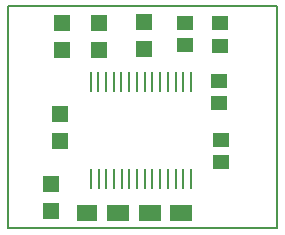
<source format=gbr>
%FSLAX45Y45*%
%MOMM*%
G04 EasyPC Gerber Version 9.0.5 Build 2314 *
%ADD120R,0.26000X1.72000*%
%ADD121R,1.42000X1.22000*%
%ADD122R,1.31700X1.44400*%
%ADD76R,1.81200X1.33600*%
%ADD77R,1.91200X1.33600*%
%ADD10C,0.20320*%
X0Y0D02*
D02*
D10*
X10160Y117120D02*
X2289390D01*
Y1994340*
X10160*
Y117120*
D02*
D76*
X679030Y247850D03*
D02*
D77*
X942140Y244680D03*
X1208420D03*
X1471530D03*
D02*
D120*
X710770Y1353570D03*
X711260Y535560D03*
X775090Y1352900D03*
X777830Y535560D03*
X841230D03*
X842870Y1354640D03*
X906270D03*
X907800Y535560D03*
X969390Y1353570D03*
X971200Y535560D03*
X1033070Y1351470D03*
X1037770Y535560D03*
X1099640Y1351470D03*
X1101170Y532390D03*
X1167740D03*
X1169380Y1354640D03*
X1231140Y532390D03*
X1232780Y1354640D03*
X1299350D03*
X1300880Y532390D03*
X1362750Y1354640D03*
X1364280Y532390D03*
X1429320Y1354640D03*
X1430850Y532390D03*
X1492660Y1356250D03*
X1494250Y532390D03*
X1557650D03*
X1559290Y1354640D03*
D02*
D121*
X1507740Y1664030D03*
X1508450Y1857450D03*
X1800210Y1180290D03*
Y1364150D03*
X1801010Y1662170D03*
X1806490Y1855280D03*
X1809720Y679430D03*
Y860120D03*
D02*
D122*
X377880Y260350D03*
Y488950D03*
X452840Y852380D03*
Y1080980D03*
X464810Y1628980D03*
Y1857580D03*
X782520Y1629030D03*
Y1857630D03*
X1162920Y1632200D03*
Y1860800D03*
X0Y0D02*
M02*

</source>
